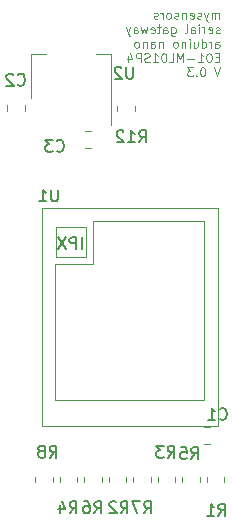
<source format=gbr>
%TF.GenerationSoftware,KiCad,Pcbnew,7.0.1*%
%TF.CreationDate,2023-03-18T17:30:27+01:00*%
%TF.ProjectId,gateway-nano-E01-ml01sp4,67617465-7761-4792-9d6e-616e6f2d4530,rev?*%
%TF.SameCoordinates,Original*%
%TF.FileFunction,Legend,Bot*%
%TF.FilePolarity,Positive*%
%FSLAX46Y46*%
G04 Gerber Fmt 4.6, Leading zero omitted, Abs format (unit mm)*
G04 Created by KiCad (PCBNEW 7.0.1) date 2023-03-18 17:30:27*
%MOMM*%
%LPD*%
G01*
G04 APERTURE LIST*
%ADD10C,0.093750*%
%ADD11C,0.150000*%
%ADD12C,0.120000*%
G04 APERTURE END LIST*
D10*
X132221428Y-79716964D02*
X132221428Y-79216964D01*
X132221428Y-79288392D02*
X132185714Y-79252678D01*
X132185714Y-79252678D02*
X132114285Y-79216964D01*
X132114285Y-79216964D02*
X132007142Y-79216964D01*
X132007142Y-79216964D02*
X131935714Y-79252678D01*
X131935714Y-79252678D02*
X131900000Y-79324107D01*
X131900000Y-79324107D02*
X131900000Y-79716964D01*
X131900000Y-79324107D02*
X131864285Y-79252678D01*
X131864285Y-79252678D02*
X131792857Y-79216964D01*
X131792857Y-79216964D02*
X131685714Y-79216964D01*
X131685714Y-79216964D02*
X131614285Y-79252678D01*
X131614285Y-79252678D02*
X131578571Y-79324107D01*
X131578571Y-79324107D02*
X131578571Y-79716964D01*
X131292857Y-79216964D02*
X131114285Y-79716964D01*
X130935714Y-79216964D02*
X131114285Y-79716964D01*
X131114285Y-79716964D02*
X131185714Y-79895535D01*
X131185714Y-79895535D02*
X131221428Y-79931250D01*
X131221428Y-79931250D02*
X131292857Y-79966964D01*
X130685713Y-79681250D02*
X130614285Y-79716964D01*
X130614285Y-79716964D02*
X130471428Y-79716964D01*
X130471428Y-79716964D02*
X130399999Y-79681250D01*
X130399999Y-79681250D02*
X130364285Y-79609821D01*
X130364285Y-79609821D02*
X130364285Y-79574107D01*
X130364285Y-79574107D02*
X130399999Y-79502678D01*
X130399999Y-79502678D02*
X130471428Y-79466964D01*
X130471428Y-79466964D02*
X130578571Y-79466964D01*
X130578571Y-79466964D02*
X130649999Y-79431250D01*
X130649999Y-79431250D02*
X130685713Y-79359821D01*
X130685713Y-79359821D02*
X130685713Y-79324107D01*
X130685713Y-79324107D02*
X130649999Y-79252678D01*
X130649999Y-79252678D02*
X130578571Y-79216964D01*
X130578571Y-79216964D02*
X130471428Y-79216964D01*
X130471428Y-79216964D02*
X130399999Y-79252678D01*
X129757142Y-79681250D02*
X129828570Y-79716964D01*
X129828570Y-79716964D02*
X129971428Y-79716964D01*
X129971428Y-79716964D02*
X130042856Y-79681250D01*
X130042856Y-79681250D02*
X130078570Y-79609821D01*
X130078570Y-79609821D02*
X130078570Y-79324107D01*
X130078570Y-79324107D02*
X130042856Y-79252678D01*
X130042856Y-79252678D02*
X129971428Y-79216964D01*
X129971428Y-79216964D02*
X129828570Y-79216964D01*
X129828570Y-79216964D02*
X129757142Y-79252678D01*
X129757142Y-79252678D02*
X129721428Y-79324107D01*
X129721428Y-79324107D02*
X129721428Y-79395535D01*
X129721428Y-79395535D02*
X130078570Y-79466964D01*
X129399999Y-79216964D02*
X129399999Y-79716964D01*
X129399999Y-79288392D02*
X129364285Y-79252678D01*
X129364285Y-79252678D02*
X129292856Y-79216964D01*
X129292856Y-79216964D02*
X129185713Y-79216964D01*
X129185713Y-79216964D02*
X129114285Y-79252678D01*
X129114285Y-79252678D02*
X129078571Y-79324107D01*
X129078571Y-79324107D02*
X129078571Y-79716964D01*
X128757142Y-79681250D02*
X128685714Y-79716964D01*
X128685714Y-79716964D02*
X128542857Y-79716964D01*
X128542857Y-79716964D02*
X128471428Y-79681250D01*
X128471428Y-79681250D02*
X128435714Y-79609821D01*
X128435714Y-79609821D02*
X128435714Y-79574107D01*
X128435714Y-79574107D02*
X128471428Y-79502678D01*
X128471428Y-79502678D02*
X128542857Y-79466964D01*
X128542857Y-79466964D02*
X128650000Y-79466964D01*
X128650000Y-79466964D02*
X128721428Y-79431250D01*
X128721428Y-79431250D02*
X128757142Y-79359821D01*
X128757142Y-79359821D02*
X128757142Y-79324107D01*
X128757142Y-79324107D02*
X128721428Y-79252678D01*
X128721428Y-79252678D02*
X128650000Y-79216964D01*
X128650000Y-79216964D02*
X128542857Y-79216964D01*
X128542857Y-79216964D02*
X128471428Y-79252678D01*
X128007142Y-79716964D02*
X128078571Y-79681250D01*
X128078571Y-79681250D02*
X128114285Y-79645535D01*
X128114285Y-79645535D02*
X128149999Y-79574107D01*
X128149999Y-79574107D02*
X128149999Y-79359821D01*
X128149999Y-79359821D02*
X128114285Y-79288392D01*
X128114285Y-79288392D02*
X128078571Y-79252678D01*
X128078571Y-79252678D02*
X128007142Y-79216964D01*
X128007142Y-79216964D02*
X127899999Y-79216964D01*
X127899999Y-79216964D02*
X127828571Y-79252678D01*
X127828571Y-79252678D02*
X127792857Y-79288392D01*
X127792857Y-79288392D02*
X127757142Y-79359821D01*
X127757142Y-79359821D02*
X127757142Y-79574107D01*
X127757142Y-79574107D02*
X127792857Y-79645535D01*
X127792857Y-79645535D02*
X127828571Y-79681250D01*
X127828571Y-79681250D02*
X127899999Y-79716964D01*
X127899999Y-79716964D02*
X128007142Y-79716964D01*
X127435714Y-79716964D02*
X127435714Y-79216964D01*
X127435714Y-79359821D02*
X127400000Y-79288392D01*
X127400000Y-79288392D02*
X127364286Y-79252678D01*
X127364286Y-79252678D02*
X127292857Y-79216964D01*
X127292857Y-79216964D02*
X127221428Y-79216964D01*
X127007142Y-79681250D02*
X126935714Y-79716964D01*
X126935714Y-79716964D02*
X126792857Y-79716964D01*
X126792857Y-79716964D02*
X126721428Y-79681250D01*
X126721428Y-79681250D02*
X126685714Y-79609821D01*
X126685714Y-79609821D02*
X126685714Y-79574107D01*
X126685714Y-79574107D02*
X126721428Y-79502678D01*
X126721428Y-79502678D02*
X126792857Y-79466964D01*
X126792857Y-79466964D02*
X126900000Y-79466964D01*
X126900000Y-79466964D02*
X126971428Y-79431250D01*
X126971428Y-79431250D02*
X127007142Y-79359821D01*
X127007142Y-79359821D02*
X127007142Y-79324107D01*
X127007142Y-79324107D02*
X126971428Y-79252678D01*
X126971428Y-79252678D02*
X126900000Y-79216964D01*
X126900000Y-79216964D02*
X126792857Y-79216964D01*
X126792857Y-79216964D02*
X126721428Y-79252678D01*
X132257142Y-80896250D02*
X132185714Y-80931964D01*
X132185714Y-80931964D02*
X132042857Y-80931964D01*
X132042857Y-80931964D02*
X131971428Y-80896250D01*
X131971428Y-80896250D02*
X131935714Y-80824821D01*
X131935714Y-80824821D02*
X131935714Y-80789107D01*
X131935714Y-80789107D02*
X131971428Y-80717678D01*
X131971428Y-80717678D02*
X132042857Y-80681964D01*
X132042857Y-80681964D02*
X132150000Y-80681964D01*
X132150000Y-80681964D02*
X132221428Y-80646250D01*
X132221428Y-80646250D02*
X132257142Y-80574821D01*
X132257142Y-80574821D02*
X132257142Y-80539107D01*
X132257142Y-80539107D02*
X132221428Y-80467678D01*
X132221428Y-80467678D02*
X132150000Y-80431964D01*
X132150000Y-80431964D02*
X132042857Y-80431964D01*
X132042857Y-80431964D02*
X131971428Y-80467678D01*
X131328571Y-80896250D02*
X131399999Y-80931964D01*
X131399999Y-80931964D02*
X131542857Y-80931964D01*
X131542857Y-80931964D02*
X131614285Y-80896250D01*
X131614285Y-80896250D02*
X131649999Y-80824821D01*
X131649999Y-80824821D02*
X131649999Y-80539107D01*
X131649999Y-80539107D02*
X131614285Y-80467678D01*
X131614285Y-80467678D02*
X131542857Y-80431964D01*
X131542857Y-80431964D02*
X131399999Y-80431964D01*
X131399999Y-80431964D02*
X131328571Y-80467678D01*
X131328571Y-80467678D02*
X131292857Y-80539107D01*
X131292857Y-80539107D02*
X131292857Y-80610535D01*
X131292857Y-80610535D02*
X131649999Y-80681964D01*
X130971428Y-80931964D02*
X130971428Y-80431964D01*
X130971428Y-80574821D02*
X130935714Y-80503392D01*
X130935714Y-80503392D02*
X130900000Y-80467678D01*
X130900000Y-80467678D02*
X130828571Y-80431964D01*
X130828571Y-80431964D02*
X130757142Y-80431964D01*
X130507142Y-80931964D02*
X130507142Y-80431964D01*
X130507142Y-80181964D02*
X130542856Y-80217678D01*
X130542856Y-80217678D02*
X130507142Y-80253392D01*
X130507142Y-80253392D02*
X130471428Y-80217678D01*
X130471428Y-80217678D02*
X130507142Y-80181964D01*
X130507142Y-80181964D02*
X130507142Y-80253392D01*
X129828571Y-80931964D02*
X129828571Y-80539107D01*
X129828571Y-80539107D02*
X129864285Y-80467678D01*
X129864285Y-80467678D02*
X129935713Y-80431964D01*
X129935713Y-80431964D02*
X130078571Y-80431964D01*
X130078571Y-80431964D02*
X130149999Y-80467678D01*
X129828571Y-80896250D02*
X129899999Y-80931964D01*
X129899999Y-80931964D02*
X130078571Y-80931964D01*
X130078571Y-80931964D02*
X130149999Y-80896250D01*
X130149999Y-80896250D02*
X130185713Y-80824821D01*
X130185713Y-80824821D02*
X130185713Y-80753392D01*
X130185713Y-80753392D02*
X130149999Y-80681964D01*
X130149999Y-80681964D02*
X130078571Y-80646250D01*
X130078571Y-80646250D02*
X129899999Y-80646250D01*
X129899999Y-80646250D02*
X129828571Y-80610535D01*
X129364285Y-80931964D02*
X129435714Y-80896250D01*
X129435714Y-80896250D02*
X129471428Y-80824821D01*
X129471428Y-80824821D02*
X129471428Y-80181964D01*
X128185714Y-80431964D02*
X128185714Y-81039107D01*
X128185714Y-81039107D02*
X128221428Y-81110535D01*
X128221428Y-81110535D02*
X128257142Y-81146250D01*
X128257142Y-81146250D02*
X128328571Y-81181964D01*
X128328571Y-81181964D02*
X128435714Y-81181964D01*
X128435714Y-81181964D02*
X128507142Y-81146250D01*
X128185714Y-80896250D02*
X128257142Y-80931964D01*
X128257142Y-80931964D02*
X128399999Y-80931964D01*
X128399999Y-80931964D02*
X128471428Y-80896250D01*
X128471428Y-80896250D02*
X128507142Y-80860535D01*
X128507142Y-80860535D02*
X128542856Y-80789107D01*
X128542856Y-80789107D02*
X128542856Y-80574821D01*
X128542856Y-80574821D02*
X128507142Y-80503392D01*
X128507142Y-80503392D02*
X128471428Y-80467678D01*
X128471428Y-80467678D02*
X128399999Y-80431964D01*
X128399999Y-80431964D02*
X128257142Y-80431964D01*
X128257142Y-80431964D02*
X128185714Y-80467678D01*
X127507143Y-80931964D02*
X127507143Y-80539107D01*
X127507143Y-80539107D02*
X127542857Y-80467678D01*
X127542857Y-80467678D02*
X127614285Y-80431964D01*
X127614285Y-80431964D02*
X127757143Y-80431964D01*
X127757143Y-80431964D02*
X127828571Y-80467678D01*
X127507143Y-80896250D02*
X127578571Y-80931964D01*
X127578571Y-80931964D02*
X127757143Y-80931964D01*
X127757143Y-80931964D02*
X127828571Y-80896250D01*
X127828571Y-80896250D02*
X127864285Y-80824821D01*
X127864285Y-80824821D02*
X127864285Y-80753392D01*
X127864285Y-80753392D02*
X127828571Y-80681964D01*
X127828571Y-80681964D02*
X127757143Y-80646250D01*
X127757143Y-80646250D02*
X127578571Y-80646250D01*
X127578571Y-80646250D02*
X127507143Y-80610535D01*
X127257143Y-80431964D02*
X126971429Y-80431964D01*
X127150000Y-80181964D02*
X127150000Y-80824821D01*
X127150000Y-80824821D02*
X127114286Y-80896250D01*
X127114286Y-80896250D02*
X127042857Y-80931964D01*
X127042857Y-80931964D02*
X126971429Y-80931964D01*
X126435715Y-80896250D02*
X126507143Y-80931964D01*
X126507143Y-80931964D02*
X126650001Y-80931964D01*
X126650001Y-80931964D02*
X126721429Y-80896250D01*
X126721429Y-80896250D02*
X126757143Y-80824821D01*
X126757143Y-80824821D02*
X126757143Y-80539107D01*
X126757143Y-80539107D02*
X126721429Y-80467678D01*
X126721429Y-80467678D02*
X126650001Y-80431964D01*
X126650001Y-80431964D02*
X126507143Y-80431964D01*
X126507143Y-80431964D02*
X126435715Y-80467678D01*
X126435715Y-80467678D02*
X126400001Y-80539107D01*
X126400001Y-80539107D02*
X126400001Y-80610535D01*
X126400001Y-80610535D02*
X126757143Y-80681964D01*
X126150001Y-80431964D02*
X126007144Y-80931964D01*
X126007144Y-80931964D02*
X125864286Y-80574821D01*
X125864286Y-80574821D02*
X125721429Y-80931964D01*
X125721429Y-80931964D02*
X125578572Y-80431964D01*
X124971430Y-80931964D02*
X124971430Y-80539107D01*
X124971430Y-80539107D02*
X125007144Y-80467678D01*
X125007144Y-80467678D02*
X125078572Y-80431964D01*
X125078572Y-80431964D02*
X125221430Y-80431964D01*
X125221430Y-80431964D02*
X125292858Y-80467678D01*
X124971430Y-80896250D02*
X125042858Y-80931964D01*
X125042858Y-80931964D02*
X125221430Y-80931964D01*
X125221430Y-80931964D02*
X125292858Y-80896250D01*
X125292858Y-80896250D02*
X125328572Y-80824821D01*
X125328572Y-80824821D02*
X125328572Y-80753392D01*
X125328572Y-80753392D02*
X125292858Y-80681964D01*
X125292858Y-80681964D02*
X125221430Y-80646250D01*
X125221430Y-80646250D02*
X125042858Y-80646250D01*
X125042858Y-80646250D02*
X124971430Y-80610535D01*
X124685716Y-80431964D02*
X124507144Y-80931964D01*
X124328573Y-80431964D02*
X124507144Y-80931964D01*
X124507144Y-80931964D02*
X124578573Y-81110535D01*
X124578573Y-81110535D02*
X124614287Y-81146250D01*
X124614287Y-81146250D02*
X124685716Y-81181964D01*
X131900000Y-82146964D02*
X131900000Y-81754107D01*
X131900000Y-81754107D02*
X131935714Y-81682678D01*
X131935714Y-81682678D02*
X132007142Y-81646964D01*
X132007142Y-81646964D02*
X132150000Y-81646964D01*
X132150000Y-81646964D02*
X132221428Y-81682678D01*
X131900000Y-82111250D02*
X131971428Y-82146964D01*
X131971428Y-82146964D02*
X132150000Y-82146964D01*
X132150000Y-82146964D02*
X132221428Y-82111250D01*
X132221428Y-82111250D02*
X132257142Y-82039821D01*
X132257142Y-82039821D02*
X132257142Y-81968392D01*
X132257142Y-81968392D02*
X132221428Y-81896964D01*
X132221428Y-81896964D02*
X132150000Y-81861250D01*
X132150000Y-81861250D02*
X131971428Y-81861250D01*
X131971428Y-81861250D02*
X131900000Y-81825535D01*
X131542857Y-82146964D02*
X131542857Y-81646964D01*
X131542857Y-81789821D02*
X131507143Y-81718392D01*
X131507143Y-81718392D02*
X131471429Y-81682678D01*
X131471429Y-81682678D02*
X131400000Y-81646964D01*
X131400000Y-81646964D02*
X131328571Y-81646964D01*
X130757143Y-82146964D02*
X130757143Y-81396964D01*
X130757143Y-82111250D02*
X130828571Y-82146964D01*
X130828571Y-82146964D02*
X130971428Y-82146964D01*
X130971428Y-82146964D02*
X131042857Y-82111250D01*
X131042857Y-82111250D02*
X131078571Y-82075535D01*
X131078571Y-82075535D02*
X131114285Y-82004107D01*
X131114285Y-82004107D02*
X131114285Y-81789821D01*
X131114285Y-81789821D02*
X131078571Y-81718392D01*
X131078571Y-81718392D02*
X131042857Y-81682678D01*
X131042857Y-81682678D02*
X130971428Y-81646964D01*
X130971428Y-81646964D02*
X130828571Y-81646964D01*
X130828571Y-81646964D02*
X130757143Y-81682678D01*
X130078572Y-81646964D02*
X130078572Y-82146964D01*
X130400000Y-81646964D02*
X130400000Y-82039821D01*
X130400000Y-82039821D02*
X130364286Y-82111250D01*
X130364286Y-82111250D02*
X130292857Y-82146964D01*
X130292857Y-82146964D02*
X130185714Y-82146964D01*
X130185714Y-82146964D02*
X130114286Y-82111250D01*
X130114286Y-82111250D02*
X130078572Y-82075535D01*
X129721429Y-82146964D02*
X129721429Y-81646964D01*
X129721429Y-81396964D02*
X129757143Y-81432678D01*
X129757143Y-81432678D02*
X129721429Y-81468392D01*
X129721429Y-81468392D02*
X129685715Y-81432678D01*
X129685715Y-81432678D02*
X129721429Y-81396964D01*
X129721429Y-81396964D02*
X129721429Y-81468392D01*
X129364286Y-81646964D02*
X129364286Y-82146964D01*
X129364286Y-81718392D02*
X129328572Y-81682678D01*
X129328572Y-81682678D02*
X129257143Y-81646964D01*
X129257143Y-81646964D02*
X129150000Y-81646964D01*
X129150000Y-81646964D02*
X129078572Y-81682678D01*
X129078572Y-81682678D02*
X129042858Y-81754107D01*
X129042858Y-81754107D02*
X129042858Y-82146964D01*
X128578572Y-82146964D02*
X128650001Y-82111250D01*
X128650001Y-82111250D02*
X128685715Y-82075535D01*
X128685715Y-82075535D02*
X128721429Y-82004107D01*
X128721429Y-82004107D02*
X128721429Y-81789821D01*
X128721429Y-81789821D02*
X128685715Y-81718392D01*
X128685715Y-81718392D02*
X128650001Y-81682678D01*
X128650001Y-81682678D02*
X128578572Y-81646964D01*
X128578572Y-81646964D02*
X128471429Y-81646964D01*
X128471429Y-81646964D02*
X128400001Y-81682678D01*
X128400001Y-81682678D02*
X128364287Y-81718392D01*
X128364287Y-81718392D02*
X128328572Y-81789821D01*
X128328572Y-81789821D02*
X128328572Y-82004107D01*
X128328572Y-82004107D02*
X128364287Y-82075535D01*
X128364287Y-82075535D02*
X128400001Y-82111250D01*
X128400001Y-82111250D02*
X128471429Y-82146964D01*
X128471429Y-82146964D02*
X128578572Y-82146964D01*
X127435715Y-81646964D02*
X127435715Y-82146964D01*
X127435715Y-81718392D02*
X127400001Y-81682678D01*
X127400001Y-81682678D02*
X127328572Y-81646964D01*
X127328572Y-81646964D02*
X127221429Y-81646964D01*
X127221429Y-81646964D02*
X127150001Y-81682678D01*
X127150001Y-81682678D02*
X127114287Y-81754107D01*
X127114287Y-81754107D02*
X127114287Y-82146964D01*
X126435716Y-82146964D02*
X126435716Y-81754107D01*
X126435716Y-81754107D02*
X126471430Y-81682678D01*
X126471430Y-81682678D02*
X126542858Y-81646964D01*
X126542858Y-81646964D02*
X126685716Y-81646964D01*
X126685716Y-81646964D02*
X126757144Y-81682678D01*
X126435716Y-82111250D02*
X126507144Y-82146964D01*
X126507144Y-82146964D02*
X126685716Y-82146964D01*
X126685716Y-82146964D02*
X126757144Y-82111250D01*
X126757144Y-82111250D02*
X126792858Y-82039821D01*
X126792858Y-82039821D02*
X126792858Y-81968392D01*
X126792858Y-81968392D02*
X126757144Y-81896964D01*
X126757144Y-81896964D02*
X126685716Y-81861250D01*
X126685716Y-81861250D02*
X126507144Y-81861250D01*
X126507144Y-81861250D02*
X126435716Y-81825535D01*
X126078573Y-81646964D02*
X126078573Y-82146964D01*
X126078573Y-81718392D02*
X126042859Y-81682678D01*
X126042859Y-81682678D02*
X125971430Y-81646964D01*
X125971430Y-81646964D02*
X125864287Y-81646964D01*
X125864287Y-81646964D02*
X125792859Y-81682678D01*
X125792859Y-81682678D02*
X125757145Y-81754107D01*
X125757145Y-81754107D02*
X125757145Y-82146964D01*
X125292859Y-82146964D02*
X125364288Y-82111250D01*
X125364288Y-82111250D02*
X125400002Y-82075535D01*
X125400002Y-82075535D02*
X125435716Y-82004107D01*
X125435716Y-82004107D02*
X125435716Y-81789821D01*
X125435716Y-81789821D02*
X125400002Y-81718392D01*
X125400002Y-81718392D02*
X125364288Y-81682678D01*
X125364288Y-81682678D02*
X125292859Y-81646964D01*
X125292859Y-81646964D02*
X125185716Y-81646964D01*
X125185716Y-81646964D02*
X125114288Y-81682678D01*
X125114288Y-81682678D02*
X125078574Y-81718392D01*
X125078574Y-81718392D02*
X125042859Y-81789821D01*
X125042859Y-81789821D02*
X125042859Y-82004107D01*
X125042859Y-82004107D02*
X125078574Y-82075535D01*
X125078574Y-82075535D02*
X125114288Y-82111250D01*
X125114288Y-82111250D02*
X125185716Y-82146964D01*
X125185716Y-82146964D02*
X125292859Y-82146964D01*
X132221428Y-82969107D02*
X131971428Y-82969107D01*
X131864285Y-83361964D02*
X132221428Y-83361964D01*
X132221428Y-83361964D02*
X132221428Y-82611964D01*
X132221428Y-82611964D02*
X131864285Y-82611964D01*
X131400000Y-82611964D02*
X131328571Y-82611964D01*
X131328571Y-82611964D02*
X131257143Y-82647678D01*
X131257143Y-82647678D02*
X131221429Y-82683392D01*
X131221429Y-82683392D02*
X131185714Y-82754821D01*
X131185714Y-82754821D02*
X131150000Y-82897678D01*
X131150000Y-82897678D02*
X131150000Y-83076250D01*
X131150000Y-83076250D02*
X131185714Y-83219107D01*
X131185714Y-83219107D02*
X131221429Y-83290535D01*
X131221429Y-83290535D02*
X131257143Y-83326250D01*
X131257143Y-83326250D02*
X131328571Y-83361964D01*
X131328571Y-83361964D02*
X131400000Y-83361964D01*
X131400000Y-83361964D02*
X131471429Y-83326250D01*
X131471429Y-83326250D02*
X131507143Y-83290535D01*
X131507143Y-83290535D02*
X131542857Y-83219107D01*
X131542857Y-83219107D02*
X131578571Y-83076250D01*
X131578571Y-83076250D02*
X131578571Y-82897678D01*
X131578571Y-82897678D02*
X131542857Y-82754821D01*
X131542857Y-82754821D02*
X131507143Y-82683392D01*
X131507143Y-82683392D02*
X131471429Y-82647678D01*
X131471429Y-82647678D02*
X131400000Y-82611964D01*
X130435714Y-83361964D02*
X130864285Y-83361964D01*
X130650000Y-83361964D02*
X130650000Y-82611964D01*
X130650000Y-82611964D02*
X130721428Y-82719107D01*
X130721428Y-82719107D02*
X130792857Y-82790535D01*
X130792857Y-82790535D02*
X130864285Y-82826250D01*
X130114285Y-83076250D02*
X129542857Y-83076250D01*
X129185714Y-83361964D02*
X129185714Y-82611964D01*
X129185714Y-82611964D02*
X128935714Y-83147678D01*
X128935714Y-83147678D02*
X128685714Y-82611964D01*
X128685714Y-82611964D02*
X128685714Y-83361964D01*
X127971428Y-83361964D02*
X128328571Y-83361964D01*
X128328571Y-83361964D02*
X128328571Y-82611964D01*
X127578571Y-82611964D02*
X127507142Y-82611964D01*
X127507142Y-82611964D02*
X127435714Y-82647678D01*
X127435714Y-82647678D02*
X127400000Y-82683392D01*
X127400000Y-82683392D02*
X127364285Y-82754821D01*
X127364285Y-82754821D02*
X127328571Y-82897678D01*
X127328571Y-82897678D02*
X127328571Y-83076250D01*
X127328571Y-83076250D02*
X127364285Y-83219107D01*
X127364285Y-83219107D02*
X127400000Y-83290535D01*
X127400000Y-83290535D02*
X127435714Y-83326250D01*
X127435714Y-83326250D02*
X127507142Y-83361964D01*
X127507142Y-83361964D02*
X127578571Y-83361964D01*
X127578571Y-83361964D02*
X127650000Y-83326250D01*
X127650000Y-83326250D02*
X127685714Y-83290535D01*
X127685714Y-83290535D02*
X127721428Y-83219107D01*
X127721428Y-83219107D02*
X127757142Y-83076250D01*
X127757142Y-83076250D02*
X127757142Y-82897678D01*
X127757142Y-82897678D02*
X127721428Y-82754821D01*
X127721428Y-82754821D02*
X127685714Y-82683392D01*
X127685714Y-82683392D02*
X127650000Y-82647678D01*
X127650000Y-82647678D02*
X127578571Y-82611964D01*
X126614285Y-83361964D02*
X127042856Y-83361964D01*
X126828571Y-83361964D02*
X126828571Y-82611964D01*
X126828571Y-82611964D02*
X126899999Y-82719107D01*
X126899999Y-82719107D02*
X126971428Y-82790535D01*
X126971428Y-82790535D02*
X127042856Y-82826250D01*
X126328570Y-83326250D02*
X126221428Y-83361964D01*
X126221428Y-83361964D02*
X126042856Y-83361964D01*
X126042856Y-83361964D02*
X125971428Y-83326250D01*
X125971428Y-83326250D02*
X125935713Y-83290535D01*
X125935713Y-83290535D02*
X125899999Y-83219107D01*
X125899999Y-83219107D02*
X125899999Y-83147678D01*
X125899999Y-83147678D02*
X125935713Y-83076250D01*
X125935713Y-83076250D02*
X125971428Y-83040535D01*
X125971428Y-83040535D02*
X126042856Y-83004821D01*
X126042856Y-83004821D02*
X126185713Y-82969107D01*
X126185713Y-82969107D02*
X126257142Y-82933392D01*
X126257142Y-82933392D02*
X126292856Y-82897678D01*
X126292856Y-82897678D02*
X126328570Y-82826250D01*
X126328570Y-82826250D02*
X126328570Y-82754821D01*
X126328570Y-82754821D02*
X126292856Y-82683392D01*
X126292856Y-82683392D02*
X126257142Y-82647678D01*
X126257142Y-82647678D02*
X126185713Y-82611964D01*
X126185713Y-82611964D02*
X126007142Y-82611964D01*
X126007142Y-82611964D02*
X125899999Y-82647678D01*
X125578570Y-83361964D02*
X125578570Y-82611964D01*
X125578570Y-82611964D02*
X125292856Y-82611964D01*
X125292856Y-82611964D02*
X125221427Y-82647678D01*
X125221427Y-82647678D02*
X125185713Y-82683392D01*
X125185713Y-82683392D02*
X125149999Y-82754821D01*
X125149999Y-82754821D02*
X125149999Y-82861964D01*
X125149999Y-82861964D02*
X125185713Y-82933392D01*
X125185713Y-82933392D02*
X125221427Y-82969107D01*
X125221427Y-82969107D02*
X125292856Y-83004821D01*
X125292856Y-83004821D02*
X125578570Y-83004821D01*
X124507142Y-82861964D02*
X124507142Y-83361964D01*
X124685713Y-82576250D02*
X124864284Y-83111964D01*
X124864284Y-83111964D02*
X124399999Y-83111964D01*
X132328571Y-83826964D02*
X132078571Y-84576964D01*
X132078571Y-84576964D02*
X131828571Y-83826964D01*
X130864285Y-83826964D02*
X130792856Y-83826964D01*
X130792856Y-83826964D02*
X130721428Y-83862678D01*
X130721428Y-83862678D02*
X130685714Y-83898392D01*
X130685714Y-83898392D02*
X130649999Y-83969821D01*
X130649999Y-83969821D02*
X130614285Y-84112678D01*
X130614285Y-84112678D02*
X130614285Y-84291250D01*
X130614285Y-84291250D02*
X130649999Y-84434107D01*
X130649999Y-84434107D02*
X130685714Y-84505535D01*
X130685714Y-84505535D02*
X130721428Y-84541250D01*
X130721428Y-84541250D02*
X130792856Y-84576964D01*
X130792856Y-84576964D02*
X130864285Y-84576964D01*
X130864285Y-84576964D02*
X130935714Y-84541250D01*
X130935714Y-84541250D02*
X130971428Y-84505535D01*
X130971428Y-84505535D02*
X131007142Y-84434107D01*
X131007142Y-84434107D02*
X131042856Y-84291250D01*
X131042856Y-84291250D02*
X131042856Y-84112678D01*
X131042856Y-84112678D02*
X131007142Y-83969821D01*
X131007142Y-83969821D02*
X130971428Y-83898392D01*
X130971428Y-83898392D02*
X130935714Y-83862678D01*
X130935714Y-83862678D02*
X130864285Y-83826964D01*
X130292856Y-84505535D02*
X130257142Y-84541250D01*
X130257142Y-84541250D02*
X130292856Y-84576964D01*
X130292856Y-84576964D02*
X130328570Y-84541250D01*
X130328570Y-84541250D02*
X130292856Y-84505535D01*
X130292856Y-84505535D02*
X130292856Y-84576964D01*
X130007142Y-83826964D02*
X129542856Y-83826964D01*
X129542856Y-83826964D02*
X129792856Y-84112678D01*
X129792856Y-84112678D02*
X129685713Y-84112678D01*
X129685713Y-84112678D02*
X129614285Y-84148392D01*
X129614285Y-84148392D02*
X129578570Y-84184107D01*
X129578570Y-84184107D02*
X129542856Y-84255535D01*
X129542856Y-84255535D02*
X129542856Y-84434107D01*
X129542856Y-84434107D02*
X129578570Y-84505535D01*
X129578570Y-84505535D02*
X129614285Y-84541250D01*
X129614285Y-84541250D02*
X129685713Y-84576964D01*
X129685713Y-84576964D02*
X129899999Y-84576964D01*
X129899999Y-84576964D02*
X129971427Y-84541250D01*
X129971427Y-84541250D02*
X130007142Y-84505535D01*
D11*
%TO.C,U2*%
X124936904Y-83762619D02*
X124936904Y-84572142D01*
X124936904Y-84572142D02*
X124889285Y-84667380D01*
X124889285Y-84667380D02*
X124841666Y-84715000D01*
X124841666Y-84715000D02*
X124746428Y-84762619D01*
X124746428Y-84762619D02*
X124555952Y-84762619D01*
X124555952Y-84762619D02*
X124460714Y-84715000D01*
X124460714Y-84715000D02*
X124413095Y-84667380D01*
X124413095Y-84667380D02*
X124365476Y-84572142D01*
X124365476Y-84572142D02*
X124365476Y-83762619D01*
X123936904Y-83857857D02*
X123889285Y-83810238D01*
X123889285Y-83810238D02*
X123794047Y-83762619D01*
X123794047Y-83762619D02*
X123555952Y-83762619D01*
X123555952Y-83762619D02*
X123460714Y-83810238D01*
X123460714Y-83810238D02*
X123413095Y-83857857D01*
X123413095Y-83857857D02*
X123365476Y-83953095D01*
X123365476Y-83953095D02*
X123365476Y-84048333D01*
X123365476Y-84048333D02*
X123413095Y-84191190D01*
X123413095Y-84191190D02*
X123984523Y-84762619D01*
X123984523Y-84762619D02*
X123365476Y-84762619D01*
%TO.C,C1*%
X132266666Y-113567380D02*
X132314285Y-113615000D01*
X132314285Y-113615000D02*
X132457142Y-113662619D01*
X132457142Y-113662619D02*
X132552380Y-113662619D01*
X132552380Y-113662619D02*
X132695237Y-113615000D01*
X132695237Y-113615000D02*
X132790475Y-113519761D01*
X132790475Y-113519761D02*
X132838094Y-113424523D01*
X132838094Y-113424523D02*
X132885713Y-113234047D01*
X132885713Y-113234047D02*
X132885713Y-113091190D01*
X132885713Y-113091190D02*
X132838094Y-112900714D01*
X132838094Y-112900714D02*
X132790475Y-112805476D01*
X132790475Y-112805476D02*
X132695237Y-112710238D01*
X132695237Y-112710238D02*
X132552380Y-112662619D01*
X132552380Y-112662619D02*
X132457142Y-112662619D01*
X132457142Y-112662619D02*
X132314285Y-112710238D01*
X132314285Y-112710238D02*
X132266666Y-112757857D01*
X131314285Y-113662619D02*
X131885713Y-113662619D01*
X131599999Y-113662619D02*
X131599999Y-112662619D01*
X131599999Y-112662619D02*
X131695237Y-112805476D01*
X131695237Y-112805476D02*
X131790475Y-112900714D01*
X131790475Y-112900714D02*
X131885713Y-112948333D01*
%TO.C,R4*%
X119566666Y-121562619D02*
X119899999Y-121086428D01*
X120138094Y-121562619D02*
X120138094Y-120562619D01*
X120138094Y-120562619D02*
X119757142Y-120562619D01*
X119757142Y-120562619D02*
X119661904Y-120610238D01*
X119661904Y-120610238D02*
X119614285Y-120657857D01*
X119614285Y-120657857D02*
X119566666Y-120753095D01*
X119566666Y-120753095D02*
X119566666Y-120895952D01*
X119566666Y-120895952D02*
X119614285Y-120991190D01*
X119614285Y-120991190D02*
X119661904Y-121038809D01*
X119661904Y-121038809D02*
X119757142Y-121086428D01*
X119757142Y-121086428D02*
X120138094Y-121086428D01*
X118709523Y-120895952D02*
X118709523Y-121562619D01*
X118947618Y-120515000D02*
X119185713Y-121229285D01*
X119185713Y-121229285D02*
X118566666Y-121229285D01*
%TO.C,R6*%
X121666666Y-121562619D02*
X121999999Y-121086428D01*
X122238094Y-121562619D02*
X122238094Y-120562619D01*
X122238094Y-120562619D02*
X121857142Y-120562619D01*
X121857142Y-120562619D02*
X121761904Y-120610238D01*
X121761904Y-120610238D02*
X121714285Y-120657857D01*
X121714285Y-120657857D02*
X121666666Y-120753095D01*
X121666666Y-120753095D02*
X121666666Y-120895952D01*
X121666666Y-120895952D02*
X121714285Y-120991190D01*
X121714285Y-120991190D02*
X121761904Y-121038809D01*
X121761904Y-121038809D02*
X121857142Y-121086428D01*
X121857142Y-121086428D02*
X122238094Y-121086428D01*
X120809523Y-120562619D02*
X120999999Y-120562619D01*
X120999999Y-120562619D02*
X121095237Y-120610238D01*
X121095237Y-120610238D02*
X121142856Y-120657857D01*
X121142856Y-120657857D02*
X121238094Y-120800714D01*
X121238094Y-120800714D02*
X121285713Y-120991190D01*
X121285713Y-120991190D02*
X121285713Y-121372142D01*
X121285713Y-121372142D02*
X121238094Y-121467380D01*
X121238094Y-121467380D02*
X121190475Y-121515000D01*
X121190475Y-121515000D02*
X121095237Y-121562619D01*
X121095237Y-121562619D02*
X120904761Y-121562619D01*
X120904761Y-121562619D02*
X120809523Y-121515000D01*
X120809523Y-121515000D02*
X120761904Y-121467380D01*
X120761904Y-121467380D02*
X120714285Y-121372142D01*
X120714285Y-121372142D02*
X120714285Y-121134047D01*
X120714285Y-121134047D02*
X120761904Y-121038809D01*
X120761904Y-121038809D02*
X120809523Y-120991190D01*
X120809523Y-120991190D02*
X120904761Y-120943571D01*
X120904761Y-120943571D02*
X121095237Y-120943571D01*
X121095237Y-120943571D02*
X121190475Y-120991190D01*
X121190475Y-120991190D02*
X121238094Y-121038809D01*
X121238094Y-121038809D02*
X121285713Y-121134047D01*
%TO.C,R7*%
X125866666Y-121562619D02*
X126199999Y-121086428D01*
X126438094Y-121562619D02*
X126438094Y-120562619D01*
X126438094Y-120562619D02*
X126057142Y-120562619D01*
X126057142Y-120562619D02*
X125961904Y-120610238D01*
X125961904Y-120610238D02*
X125914285Y-120657857D01*
X125914285Y-120657857D02*
X125866666Y-120753095D01*
X125866666Y-120753095D02*
X125866666Y-120895952D01*
X125866666Y-120895952D02*
X125914285Y-120991190D01*
X125914285Y-120991190D02*
X125961904Y-121038809D01*
X125961904Y-121038809D02*
X126057142Y-121086428D01*
X126057142Y-121086428D02*
X126438094Y-121086428D01*
X125533332Y-120562619D02*
X124866666Y-120562619D01*
X124866666Y-120562619D02*
X125295237Y-121562619D01*
%TO.C,R8*%
X117866666Y-116862619D02*
X118199999Y-116386428D01*
X118438094Y-116862619D02*
X118438094Y-115862619D01*
X118438094Y-115862619D02*
X118057142Y-115862619D01*
X118057142Y-115862619D02*
X117961904Y-115910238D01*
X117961904Y-115910238D02*
X117914285Y-115957857D01*
X117914285Y-115957857D02*
X117866666Y-116053095D01*
X117866666Y-116053095D02*
X117866666Y-116195952D01*
X117866666Y-116195952D02*
X117914285Y-116291190D01*
X117914285Y-116291190D02*
X117961904Y-116338809D01*
X117961904Y-116338809D02*
X118057142Y-116386428D01*
X118057142Y-116386428D02*
X118438094Y-116386428D01*
X117295237Y-116291190D02*
X117390475Y-116243571D01*
X117390475Y-116243571D02*
X117438094Y-116195952D01*
X117438094Y-116195952D02*
X117485713Y-116100714D01*
X117485713Y-116100714D02*
X117485713Y-116053095D01*
X117485713Y-116053095D02*
X117438094Y-115957857D01*
X117438094Y-115957857D02*
X117390475Y-115910238D01*
X117390475Y-115910238D02*
X117295237Y-115862619D01*
X117295237Y-115862619D02*
X117104761Y-115862619D01*
X117104761Y-115862619D02*
X117009523Y-115910238D01*
X117009523Y-115910238D02*
X116961904Y-115957857D01*
X116961904Y-115957857D02*
X116914285Y-116053095D01*
X116914285Y-116053095D02*
X116914285Y-116100714D01*
X116914285Y-116100714D02*
X116961904Y-116195952D01*
X116961904Y-116195952D02*
X117009523Y-116243571D01*
X117009523Y-116243571D02*
X117104761Y-116291190D01*
X117104761Y-116291190D02*
X117295237Y-116291190D01*
X117295237Y-116291190D02*
X117390475Y-116338809D01*
X117390475Y-116338809D02*
X117438094Y-116386428D01*
X117438094Y-116386428D02*
X117485713Y-116481666D01*
X117485713Y-116481666D02*
X117485713Y-116672142D01*
X117485713Y-116672142D02*
X117438094Y-116767380D01*
X117438094Y-116767380D02*
X117390475Y-116815000D01*
X117390475Y-116815000D02*
X117295237Y-116862619D01*
X117295237Y-116862619D02*
X117104761Y-116862619D01*
X117104761Y-116862619D02*
X117009523Y-116815000D01*
X117009523Y-116815000D02*
X116961904Y-116767380D01*
X116961904Y-116767380D02*
X116914285Y-116672142D01*
X116914285Y-116672142D02*
X116914285Y-116481666D01*
X116914285Y-116481666D02*
X116961904Y-116386428D01*
X116961904Y-116386428D02*
X117009523Y-116338809D01*
X117009523Y-116338809D02*
X117104761Y-116291190D01*
%TO.C,R1*%
X132166666Y-121762619D02*
X132499999Y-121286428D01*
X132738094Y-121762619D02*
X132738094Y-120762619D01*
X132738094Y-120762619D02*
X132357142Y-120762619D01*
X132357142Y-120762619D02*
X132261904Y-120810238D01*
X132261904Y-120810238D02*
X132214285Y-120857857D01*
X132214285Y-120857857D02*
X132166666Y-120953095D01*
X132166666Y-120953095D02*
X132166666Y-121095952D01*
X132166666Y-121095952D02*
X132214285Y-121191190D01*
X132214285Y-121191190D02*
X132261904Y-121238809D01*
X132261904Y-121238809D02*
X132357142Y-121286428D01*
X132357142Y-121286428D02*
X132738094Y-121286428D01*
X131214285Y-121762619D02*
X131785713Y-121762619D01*
X131499999Y-121762619D02*
X131499999Y-120762619D01*
X131499999Y-120762619D02*
X131595237Y-120905476D01*
X131595237Y-120905476D02*
X131690475Y-121000714D01*
X131690475Y-121000714D02*
X131785713Y-121048333D01*
%TO.C,U1*%
X118561904Y-94162619D02*
X118561904Y-94972142D01*
X118561904Y-94972142D02*
X118514285Y-95067380D01*
X118514285Y-95067380D02*
X118466666Y-95115000D01*
X118466666Y-95115000D02*
X118371428Y-95162619D01*
X118371428Y-95162619D02*
X118180952Y-95162619D01*
X118180952Y-95162619D02*
X118085714Y-95115000D01*
X118085714Y-95115000D02*
X118038095Y-95067380D01*
X118038095Y-95067380D02*
X117990476Y-94972142D01*
X117990476Y-94972142D02*
X117990476Y-94162619D01*
X116990476Y-95162619D02*
X117561904Y-95162619D01*
X117276190Y-95162619D02*
X117276190Y-94162619D01*
X117276190Y-94162619D02*
X117371428Y-94305476D01*
X117371428Y-94305476D02*
X117466666Y-94400714D01*
X117466666Y-94400714D02*
X117561904Y-94448333D01*
X120596189Y-99207619D02*
X120596189Y-98207619D01*
X120119999Y-99207619D02*
X120119999Y-98207619D01*
X120119999Y-98207619D02*
X119739047Y-98207619D01*
X119739047Y-98207619D02*
X119643809Y-98255238D01*
X119643809Y-98255238D02*
X119596190Y-98302857D01*
X119596190Y-98302857D02*
X119548571Y-98398095D01*
X119548571Y-98398095D02*
X119548571Y-98540952D01*
X119548571Y-98540952D02*
X119596190Y-98636190D01*
X119596190Y-98636190D02*
X119643809Y-98683809D01*
X119643809Y-98683809D02*
X119739047Y-98731428D01*
X119739047Y-98731428D02*
X120119999Y-98731428D01*
X119215237Y-98207619D02*
X118548571Y-99207619D01*
X118548571Y-98207619D02*
X119215237Y-99207619D01*
%TO.C,R5*%
X129866666Y-116962619D02*
X130199999Y-116486428D01*
X130438094Y-116962619D02*
X130438094Y-115962619D01*
X130438094Y-115962619D02*
X130057142Y-115962619D01*
X130057142Y-115962619D02*
X129961904Y-116010238D01*
X129961904Y-116010238D02*
X129914285Y-116057857D01*
X129914285Y-116057857D02*
X129866666Y-116153095D01*
X129866666Y-116153095D02*
X129866666Y-116295952D01*
X129866666Y-116295952D02*
X129914285Y-116391190D01*
X129914285Y-116391190D02*
X129961904Y-116438809D01*
X129961904Y-116438809D02*
X130057142Y-116486428D01*
X130057142Y-116486428D02*
X130438094Y-116486428D01*
X128961904Y-115962619D02*
X129438094Y-115962619D01*
X129438094Y-115962619D02*
X129485713Y-116438809D01*
X129485713Y-116438809D02*
X129438094Y-116391190D01*
X129438094Y-116391190D02*
X129342856Y-116343571D01*
X129342856Y-116343571D02*
X129104761Y-116343571D01*
X129104761Y-116343571D02*
X129009523Y-116391190D01*
X129009523Y-116391190D02*
X128961904Y-116438809D01*
X128961904Y-116438809D02*
X128914285Y-116534047D01*
X128914285Y-116534047D02*
X128914285Y-116772142D01*
X128914285Y-116772142D02*
X128961904Y-116867380D01*
X128961904Y-116867380D02*
X129009523Y-116915000D01*
X129009523Y-116915000D02*
X129104761Y-116962619D01*
X129104761Y-116962619D02*
X129342856Y-116962619D01*
X129342856Y-116962619D02*
X129438094Y-116915000D01*
X129438094Y-116915000D02*
X129485713Y-116867380D01*
%TO.C,C3*%
X118466666Y-90867380D02*
X118514285Y-90915000D01*
X118514285Y-90915000D02*
X118657142Y-90962619D01*
X118657142Y-90962619D02*
X118752380Y-90962619D01*
X118752380Y-90962619D02*
X118895237Y-90915000D01*
X118895237Y-90915000D02*
X118990475Y-90819761D01*
X118990475Y-90819761D02*
X119038094Y-90724523D01*
X119038094Y-90724523D02*
X119085713Y-90534047D01*
X119085713Y-90534047D02*
X119085713Y-90391190D01*
X119085713Y-90391190D02*
X119038094Y-90200714D01*
X119038094Y-90200714D02*
X118990475Y-90105476D01*
X118990475Y-90105476D02*
X118895237Y-90010238D01*
X118895237Y-90010238D02*
X118752380Y-89962619D01*
X118752380Y-89962619D02*
X118657142Y-89962619D01*
X118657142Y-89962619D02*
X118514285Y-90010238D01*
X118514285Y-90010238D02*
X118466666Y-90057857D01*
X118133332Y-89962619D02*
X117514285Y-89962619D01*
X117514285Y-89962619D02*
X117847618Y-90343571D01*
X117847618Y-90343571D02*
X117704761Y-90343571D01*
X117704761Y-90343571D02*
X117609523Y-90391190D01*
X117609523Y-90391190D02*
X117561904Y-90438809D01*
X117561904Y-90438809D02*
X117514285Y-90534047D01*
X117514285Y-90534047D02*
X117514285Y-90772142D01*
X117514285Y-90772142D02*
X117561904Y-90867380D01*
X117561904Y-90867380D02*
X117609523Y-90915000D01*
X117609523Y-90915000D02*
X117704761Y-90962619D01*
X117704761Y-90962619D02*
X117990475Y-90962619D01*
X117990475Y-90962619D02*
X118085713Y-90915000D01*
X118085713Y-90915000D02*
X118133332Y-90867380D01*
%TO.C,R2*%
X123880950Y-121562619D02*
X124214283Y-121086428D01*
X124452378Y-121562619D02*
X124452378Y-120562619D01*
X124452378Y-120562619D02*
X124071426Y-120562619D01*
X124071426Y-120562619D02*
X123976188Y-120610238D01*
X123976188Y-120610238D02*
X123928569Y-120657857D01*
X123928569Y-120657857D02*
X123880950Y-120753095D01*
X123880950Y-120753095D02*
X123880950Y-120895952D01*
X123880950Y-120895952D02*
X123928569Y-120991190D01*
X123928569Y-120991190D02*
X123976188Y-121038809D01*
X123976188Y-121038809D02*
X124071426Y-121086428D01*
X124071426Y-121086428D02*
X124452378Y-121086428D01*
X123499997Y-120657857D02*
X123452378Y-120610238D01*
X123452378Y-120610238D02*
X123357140Y-120562619D01*
X123357140Y-120562619D02*
X123119045Y-120562619D01*
X123119045Y-120562619D02*
X123023807Y-120610238D01*
X123023807Y-120610238D02*
X122976188Y-120657857D01*
X122976188Y-120657857D02*
X122928569Y-120753095D01*
X122928569Y-120753095D02*
X122928569Y-120848333D01*
X122928569Y-120848333D02*
X122976188Y-120991190D01*
X122976188Y-120991190D02*
X123547616Y-121562619D01*
X123547616Y-121562619D02*
X122928569Y-121562619D01*
%TO.C,R12*%
X125442857Y-90162619D02*
X125776190Y-89686428D01*
X126014285Y-90162619D02*
X126014285Y-89162619D01*
X126014285Y-89162619D02*
X125633333Y-89162619D01*
X125633333Y-89162619D02*
X125538095Y-89210238D01*
X125538095Y-89210238D02*
X125490476Y-89257857D01*
X125490476Y-89257857D02*
X125442857Y-89353095D01*
X125442857Y-89353095D02*
X125442857Y-89495952D01*
X125442857Y-89495952D02*
X125490476Y-89591190D01*
X125490476Y-89591190D02*
X125538095Y-89638809D01*
X125538095Y-89638809D02*
X125633333Y-89686428D01*
X125633333Y-89686428D02*
X126014285Y-89686428D01*
X124490476Y-90162619D02*
X125061904Y-90162619D01*
X124776190Y-90162619D02*
X124776190Y-89162619D01*
X124776190Y-89162619D02*
X124871428Y-89305476D01*
X124871428Y-89305476D02*
X124966666Y-89400714D01*
X124966666Y-89400714D02*
X125061904Y-89448333D01*
X124109523Y-89257857D02*
X124061904Y-89210238D01*
X124061904Y-89210238D02*
X123966666Y-89162619D01*
X123966666Y-89162619D02*
X123728571Y-89162619D01*
X123728571Y-89162619D02*
X123633333Y-89210238D01*
X123633333Y-89210238D02*
X123585714Y-89257857D01*
X123585714Y-89257857D02*
X123538095Y-89353095D01*
X123538095Y-89353095D02*
X123538095Y-89448333D01*
X123538095Y-89448333D02*
X123585714Y-89591190D01*
X123585714Y-89591190D02*
X124157142Y-90162619D01*
X124157142Y-90162619D02*
X123538095Y-90162619D01*
%TO.C,R3*%
X127866666Y-116862619D02*
X128199999Y-116386428D01*
X128438094Y-116862619D02*
X128438094Y-115862619D01*
X128438094Y-115862619D02*
X128057142Y-115862619D01*
X128057142Y-115862619D02*
X127961904Y-115910238D01*
X127961904Y-115910238D02*
X127914285Y-115957857D01*
X127914285Y-115957857D02*
X127866666Y-116053095D01*
X127866666Y-116053095D02*
X127866666Y-116195952D01*
X127866666Y-116195952D02*
X127914285Y-116291190D01*
X127914285Y-116291190D02*
X127961904Y-116338809D01*
X127961904Y-116338809D02*
X128057142Y-116386428D01*
X128057142Y-116386428D02*
X128438094Y-116386428D01*
X127533332Y-115862619D02*
X126914285Y-115862619D01*
X126914285Y-115862619D02*
X127247618Y-116243571D01*
X127247618Y-116243571D02*
X127104761Y-116243571D01*
X127104761Y-116243571D02*
X127009523Y-116291190D01*
X127009523Y-116291190D02*
X126961904Y-116338809D01*
X126961904Y-116338809D02*
X126914285Y-116434047D01*
X126914285Y-116434047D02*
X126914285Y-116672142D01*
X126914285Y-116672142D02*
X126961904Y-116767380D01*
X126961904Y-116767380D02*
X127009523Y-116815000D01*
X127009523Y-116815000D02*
X127104761Y-116862619D01*
X127104761Y-116862619D02*
X127390475Y-116862619D01*
X127390475Y-116862619D02*
X127485713Y-116815000D01*
X127485713Y-116815000D02*
X127533332Y-116767380D01*
%TO.C,C2*%
X115166666Y-85267380D02*
X115214285Y-85315000D01*
X115214285Y-85315000D02*
X115357142Y-85362619D01*
X115357142Y-85362619D02*
X115452380Y-85362619D01*
X115452380Y-85362619D02*
X115595237Y-85315000D01*
X115595237Y-85315000D02*
X115690475Y-85219761D01*
X115690475Y-85219761D02*
X115738094Y-85124523D01*
X115738094Y-85124523D02*
X115785713Y-84934047D01*
X115785713Y-84934047D02*
X115785713Y-84791190D01*
X115785713Y-84791190D02*
X115738094Y-84600714D01*
X115738094Y-84600714D02*
X115690475Y-84505476D01*
X115690475Y-84505476D02*
X115595237Y-84410238D01*
X115595237Y-84410238D02*
X115452380Y-84362619D01*
X115452380Y-84362619D02*
X115357142Y-84362619D01*
X115357142Y-84362619D02*
X115214285Y-84410238D01*
X115214285Y-84410238D02*
X115166666Y-84457857D01*
X114785713Y-84457857D02*
X114738094Y-84410238D01*
X114738094Y-84410238D02*
X114642856Y-84362619D01*
X114642856Y-84362619D02*
X114404761Y-84362619D01*
X114404761Y-84362619D02*
X114309523Y-84410238D01*
X114309523Y-84410238D02*
X114261904Y-84457857D01*
X114261904Y-84457857D02*
X114214285Y-84553095D01*
X114214285Y-84553095D02*
X114214285Y-84648333D01*
X114214285Y-84648333D02*
X114261904Y-84791190D01*
X114261904Y-84791190D02*
X114833332Y-85362619D01*
X114833332Y-85362619D02*
X114214285Y-85362619D01*
D12*
%TO.C,U2*%
X123085000Y-88675000D02*
X123085000Y-82665000D01*
X116265000Y-86425000D02*
X116265000Y-82665000D01*
X116265000Y-82665000D02*
X117525000Y-82665000D01*
X123085000Y-82665000D02*
X121825000Y-82665000D01*
%TO.C,C1*%
X130938748Y-114265000D02*
X131461252Y-114265000D01*
X130938748Y-115735000D02*
X131461252Y-115735000D01*
%TO.C,R4*%
X118736428Y-118927064D02*
X118736428Y-118472936D01*
X120206428Y-118927064D02*
X120206428Y-118472936D01*
%TO.C,R6*%
X122277856Y-118472936D02*
X122277856Y-118927064D01*
X120807856Y-118472936D02*
X120807856Y-118927064D01*
%TO.C,R7*%
X126420712Y-118472936D02*
X126420712Y-118927064D01*
X124950712Y-118472936D02*
X124950712Y-118927064D01*
%TO.C,R8*%
X118135000Y-118472936D02*
X118135000Y-118927064D01*
X116665000Y-118472936D02*
X116665000Y-118927064D01*
%TO.C,R1*%
X131165000Y-118927064D02*
X131165000Y-118472936D01*
X132635000Y-118927064D02*
X132635000Y-118472936D01*
%TO.C,U1*%
X117242981Y-114217333D02*
X132155986Y-114217333D01*
X132155986Y-114217333D02*
X132155986Y-95751380D01*
X132155986Y-95751380D02*
X117242981Y-95751380D01*
X117242981Y-95751380D02*
X117242981Y-114217333D01*
X118377913Y-97340808D02*
X120917913Y-97340808D01*
X120917913Y-97340808D02*
X120917913Y-99880808D01*
X120917913Y-99880808D02*
X118377913Y-99880808D01*
X118377913Y-99880808D02*
X118377913Y-97340808D01*
X130975919Y-96865043D02*
X130979035Y-111968059D01*
X118295746Y-111970909D01*
X118295746Y-100506513D01*
X121523586Y-100506513D01*
X121522332Y-96862388D01*
X130975919Y-96865043D01*
%TO.C,R5*%
X130563568Y-118472936D02*
X130563568Y-118927064D01*
X129093568Y-118472936D02*
X129093568Y-118927064D01*
%TO.C,C3*%
X121361252Y-90685000D02*
X120838748Y-90685000D01*
X121361252Y-89215000D02*
X120838748Y-89215000D01*
%TO.C,R2*%
X122879284Y-118927064D02*
X122879284Y-118472936D01*
X124349284Y-118927064D02*
X124349284Y-118472936D01*
%TO.C,R12*%
X123590000Y-87527064D02*
X123590000Y-87072936D01*
X125060000Y-87527064D02*
X125060000Y-87072936D01*
%TO.C,R3*%
X127022140Y-118927064D02*
X127022140Y-118472936D01*
X128492140Y-118927064D02*
X128492140Y-118472936D01*
%TO.C,C2*%
X114290000Y-87536252D02*
X114290000Y-87013748D01*
X115760000Y-87536252D02*
X115760000Y-87013748D01*
%TD*%
M02*

</source>
